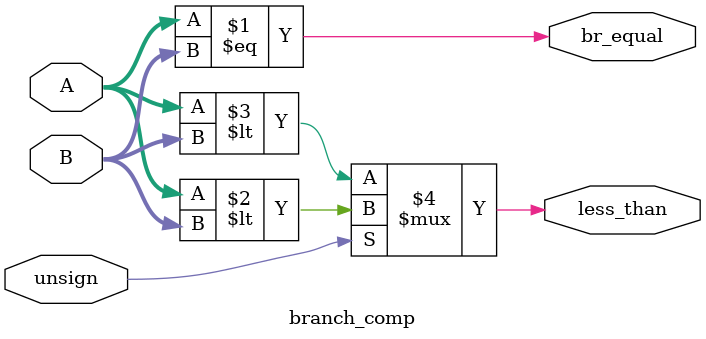
<source format=v>
module branch_comp (
  input unsign,
  input [31:0] A,
  input [31:0] B,
  output less_than,
  output br_equal
);
  assign br_equal = A == B;
  assign less_than = unsign ? A < B : $signed(A) < $signed(B);
endmodule
</source>
